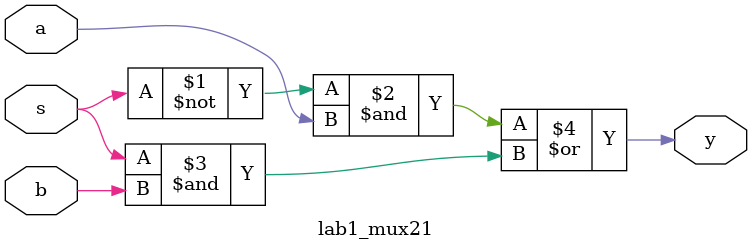
<source format=v>
module lab1_mux21 (
    input a,
    input b,
    input s,
    output y
);
assign y = (~s & a) | (s & b);
    
endmodule

</source>
